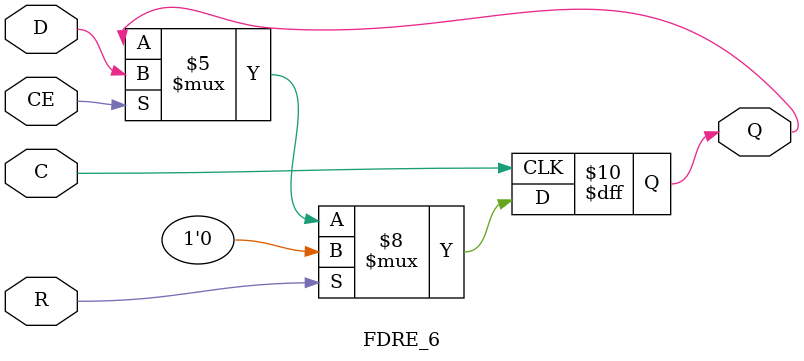
<source format=v>
module FDRE_6 (output reg Q, input C, CE, D, R);
  parameter [0:0] INIT = 1'b0;
  parameter [0:0] IS_C_INVERTED = 1'b0;
  parameter [0:0] IS_D_INVERTED = 1'b0;
  parameter [0:0] IS_R_INVERTED = 1'b0;
  initial Q <= INIT;
  generate case (|IS_C_INVERTED)
    1'b0: always @(posedge C) if (R == !IS_R_INVERTED) Q <= 1'b0; else if (CE) Q <= D ^ IS_D_INVERTED;
    1'b1: always @(negedge C) if (R == !IS_R_INVERTED) Q <= 1'b0; else if (CE) Q <= D ^ IS_D_INVERTED;
  endcase endgenerate
endmodule
</source>
